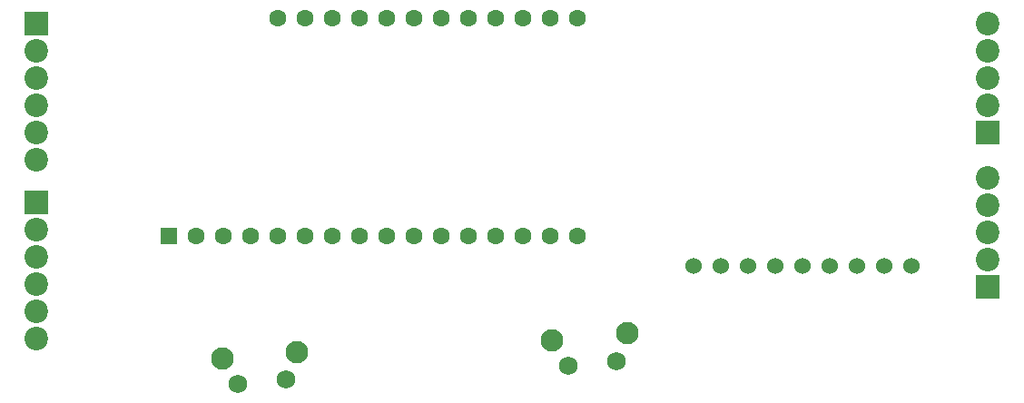
<source format=gbr>
%TF.GenerationSoftware,KiCad,Pcbnew,(5.1.10-1-10_14)*%
%TF.CreationDate,2021-07-05T16:23:30+02:00*%
%TF.ProjectId,cablebot_controller,6361626c-6562-46f7-945f-636f6e74726f,rev?*%
%TF.SameCoordinates,Original*%
%TF.FileFunction,Soldermask,Bot*%
%TF.FilePolarity,Negative*%
%FSLAX46Y46*%
G04 Gerber Fmt 4.6, Leading zero omitted, Abs format (unit mm)*
G04 Created by KiCad (PCBNEW (5.1.10-1-10_14)) date 2021-07-05 16:23:30*
%MOMM*%
%LPD*%
G01*
G04 APERTURE LIST*
%ADD10C,2.100000*%
%ADD11C,1.750000*%
%ADD12C,1.600000*%
%ADD13R,1.600000X1.600000*%
%ADD14C,2.200000*%
%ADD15R,2.200000X2.200000*%
%ADD16C,1.524000*%
G04 APERTURE END LIST*
D10*
%TO.C,SW2*%
X107978226Y-85210531D03*
D11*
X106950000Y-87800000D03*
X102467124Y-88192201D03*
D10*
X100994901Y-85821492D03*
%TD*%
D12*
%TO.C,A1*%
X134100000Y-54070000D03*
X131560000Y-54070000D03*
X129020000Y-54070000D03*
X126480000Y-54070000D03*
X123940000Y-54070000D03*
X121400000Y-54070000D03*
X118860000Y-54070000D03*
X116320000Y-54070000D03*
X113780000Y-54070000D03*
X111240000Y-54070000D03*
X108700000Y-54070000D03*
X106160000Y-54070000D03*
D13*
X96000000Y-74390000D03*
D12*
X98540000Y-74390000D03*
X101080000Y-74390000D03*
X103620000Y-74390000D03*
X106160000Y-74390000D03*
X108700000Y-74390000D03*
X111240000Y-74390000D03*
X113780000Y-74390000D03*
X116320000Y-74390000D03*
X118860000Y-74390000D03*
X121400000Y-74390000D03*
X123940000Y-74390000D03*
X126480000Y-74390000D03*
X129020000Y-74390000D03*
X131560000Y-74390000D03*
X134100000Y-74390000D03*
%TD*%
D14*
%TO.C,J5*%
X172400000Y-68940000D03*
X172400000Y-71480000D03*
X172400000Y-74020000D03*
X172400000Y-76560000D03*
D15*
X172400000Y-79100000D03*
%TD*%
D14*
%TO.C,J4*%
X172400000Y-54550000D03*
X172400000Y-57090000D03*
X172400000Y-59630000D03*
X172400000Y-62170000D03*
D15*
X172400000Y-64710000D03*
%TD*%
D14*
%TO.C,J3*%
X83650000Y-83950000D03*
X83650000Y-81410000D03*
X83650000Y-78870000D03*
X83650000Y-76330000D03*
X83650000Y-73790000D03*
D15*
X83650000Y-71250000D03*
%TD*%
D14*
%TO.C,J2*%
X83650000Y-67275000D03*
X83650000Y-64735000D03*
X83650000Y-62195000D03*
X83650000Y-59655000D03*
X83650000Y-57115000D03*
D15*
X83650000Y-54575000D03*
%TD*%
D10*
%TO.C,SW1*%
X138753226Y-83485531D03*
D11*
X137725000Y-86075000D03*
X133242124Y-86467201D03*
D10*
X131769901Y-84096492D03*
%TD*%
D16*
%TO.C,JN1*%
X165260000Y-77150000D03*
X162720000Y-77150000D03*
X160180000Y-77150000D03*
X157640000Y-77150000D03*
X155100000Y-77150000D03*
X152560000Y-77150000D03*
X150020000Y-77150000D03*
X147480000Y-77150000D03*
X144940000Y-77150000D03*
%TD*%
M02*

</source>
